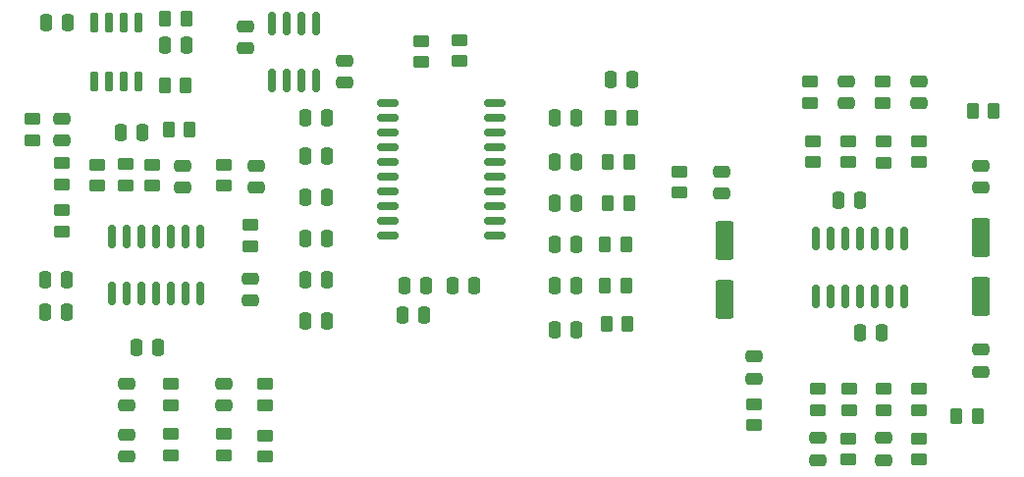
<source format=gtp>
G04 #@! TF.GenerationSoftware,KiCad,Pcbnew,7.0.1-0*
G04 #@! TF.CreationDate,2024-02-17T19:13:57+01:00*
G04 #@! TF.ProjectId,parallel_trail,70617261-6c6c-4656-9c5f-747261696c2e,rev?*
G04 #@! TF.SameCoordinates,Original*
G04 #@! TF.FileFunction,Paste,Top*
G04 #@! TF.FilePolarity,Positive*
%FSLAX46Y46*%
G04 Gerber Fmt 4.6, Leading zero omitted, Abs format (unit mm)*
G04 Created by KiCad (PCBNEW 7.0.1-0) date 2024-02-17 19:13:57*
%MOMM*%
%LPD*%
G01*
G04 APERTURE LIST*
G04 Aperture macros list*
%AMRoundRect*
0 Rectangle with rounded corners*
0 $1 Rounding radius*
0 $2 $3 $4 $5 $6 $7 $8 $9 X,Y pos of 4 corners*
0 Add a 4 corners polygon primitive as box body*
4,1,4,$2,$3,$4,$5,$6,$7,$8,$9,$2,$3,0*
0 Add four circle primitives for the rounded corners*
1,1,$1+$1,$2,$3*
1,1,$1+$1,$4,$5*
1,1,$1+$1,$6,$7*
1,1,$1+$1,$8,$9*
0 Add four rect primitives between the rounded corners*
20,1,$1+$1,$2,$3,$4,$5,0*
20,1,$1+$1,$4,$5,$6,$7,0*
20,1,$1+$1,$6,$7,$8,$9,0*
20,1,$1+$1,$8,$9,$2,$3,0*%
G04 Aperture macros list end*
%ADD10RoundRect,0.250000X0.250000X0.475000X-0.250000X0.475000X-0.250000X-0.475000X0.250000X-0.475000X0*%
%ADD11RoundRect,0.250000X0.450000X-0.262500X0.450000X0.262500X-0.450000X0.262500X-0.450000X-0.262500X0*%
%ADD12RoundRect,0.250000X-0.450000X0.262500X-0.450000X-0.262500X0.450000X-0.262500X0.450000X0.262500X0*%
%ADD13RoundRect,0.250000X-0.250000X-0.475000X0.250000X-0.475000X0.250000X0.475000X-0.250000X0.475000X0*%
%ADD14RoundRect,0.250000X-0.475000X0.250000X-0.475000X-0.250000X0.475000X-0.250000X0.475000X0.250000X0*%
%ADD15RoundRect,0.250000X0.475000X-0.250000X0.475000X0.250000X-0.475000X0.250000X-0.475000X-0.250000X0*%
%ADD16RoundRect,0.250000X0.262500X0.450000X-0.262500X0.450000X-0.262500X-0.450000X0.262500X-0.450000X0*%
%ADD17RoundRect,0.150000X0.150000X-0.725000X0.150000X0.725000X-0.150000X0.725000X-0.150000X-0.725000X0*%
%ADD18RoundRect,0.150000X-0.150000X0.825000X-0.150000X-0.825000X0.150000X-0.825000X0.150000X0.825000X0*%
%ADD19RoundRect,0.250000X-0.262500X-0.450000X0.262500X-0.450000X0.262500X0.450000X-0.262500X0.450000X0*%
%ADD20RoundRect,0.250000X0.550000X-1.412500X0.550000X1.412500X-0.550000X1.412500X-0.550000X-1.412500X0*%
%ADD21RoundRect,0.150000X-0.800000X-0.150000X0.800000X-0.150000X0.800000X0.150000X-0.800000X0.150000X0*%
%ADD22RoundRect,0.150000X0.150000X-0.825000X0.150000X0.825000X-0.150000X0.825000X-0.150000X-0.825000X0*%
G04 APERTURE END LIST*
D10*
X63099500Y-85410000D03*
X61199500Y-85410000D03*
D11*
X126238000Y-121158000D03*
X126238000Y-119333000D03*
D12*
X120142000Y-93679000D03*
X120142000Y-95504000D03*
D13*
X94808000Y-109982000D03*
X96708000Y-109982000D03*
D10*
X52766000Y-108458000D03*
X50866000Y-108458000D03*
D13*
X94808000Y-106172000D03*
X96708000Y-106172000D03*
D14*
X123190000Y-119295500D03*
X123190000Y-121195500D03*
D12*
X69850000Y-119079000D03*
X69850000Y-120904000D03*
D15*
X109220000Y-98232000D03*
X109220000Y-96332000D03*
D11*
X86644000Y-86793000D03*
X86644000Y-84968000D03*
D16*
X101092000Y-109474000D03*
X99267000Y-109474000D03*
D13*
X50959500Y-83488000D03*
X52859500Y-83488000D03*
D15*
X68166000Y-85716000D03*
X68166000Y-83816000D03*
D17*
X55074500Y-88585000D03*
X56344500Y-88585000D03*
X57614500Y-88585000D03*
X58884500Y-88585000D03*
X58884500Y-83435000D03*
X57614500Y-83435000D03*
X56344500Y-83435000D03*
X55074500Y-83435000D03*
D12*
X61722000Y-118975500D03*
X61722000Y-120800500D03*
D11*
X69850000Y-116482500D03*
X69850000Y-114657500D03*
D14*
X117475200Y-119295500D03*
X117475200Y-121195500D03*
D10*
X75184000Y-94996000D03*
X73284000Y-94996000D03*
D11*
X52324000Y-97432500D03*
X52324000Y-95607500D03*
D15*
X52324000Y-93660000D03*
X52324000Y-91760000D03*
D18*
X124968000Y-102108000D03*
X123698000Y-102108000D03*
X122428000Y-102108000D03*
X121158000Y-102108000D03*
X119888000Y-102108000D03*
X118618000Y-102108000D03*
X117348000Y-102108000D03*
X117348000Y-107058000D03*
X118618000Y-107058000D03*
X119888000Y-107058000D03*
X121158000Y-107058000D03*
X122428000Y-107058000D03*
X123698000Y-107058000D03*
X124968000Y-107058000D03*
D19*
X61167000Y-88900000D03*
X62992000Y-88900000D03*
D12*
X57780000Y-95697500D03*
X57780000Y-97522500D03*
D11*
X83342000Y-86896500D03*
X83342000Y-85071500D03*
D10*
X83566000Y-108712000D03*
X81666000Y-108712000D03*
D13*
X99634000Y-88392000D03*
X101534000Y-88392000D03*
D15*
X126238000Y-90424000D03*
X126238000Y-88524000D03*
X66294000Y-116520000D03*
X66294000Y-114620000D03*
D14*
X68580000Y-105542000D03*
X68580000Y-107442000D03*
D20*
X131572000Y-107133500D03*
X131572000Y-102058500D03*
D12*
X55372000Y-95711000D03*
X55372000Y-97536000D03*
D16*
X101242500Y-99060000D03*
X99417500Y-99060000D03*
D13*
X57390000Y-92990000D03*
X59290000Y-92990000D03*
D14*
X57912000Y-119004000D03*
X57912000Y-120904000D03*
D10*
X123040000Y-110236000D03*
X121140000Y-110236000D03*
D20*
X109474000Y-107387500D03*
X109474000Y-102312500D03*
D16*
X100988500Y-106172000D03*
X99163500Y-106172000D03*
D21*
X80462000Y-90424000D03*
X80462000Y-91694000D03*
X80462000Y-92964000D03*
X80462000Y-94234000D03*
X80462000Y-95504000D03*
X80462000Y-96774000D03*
X80462000Y-98044000D03*
X80462000Y-99314000D03*
X80462000Y-100584000D03*
X80462000Y-101854000D03*
X89662000Y-101854000D03*
X89662000Y-100584000D03*
X89662000Y-99314000D03*
X89662000Y-98044000D03*
X89662000Y-96774000D03*
X89662000Y-95504000D03*
X89662000Y-94234000D03*
X89662000Y-92964000D03*
X89662000Y-91694000D03*
X89662000Y-90424000D03*
D12*
X123105300Y-88581500D03*
X123105300Y-90406500D03*
D11*
X60080000Y-97562500D03*
X60080000Y-95737500D03*
X66294000Y-97552500D03*
X66294000Y-95727500D03*
X116840000Y-90406500D03*
X116840000Y-88581500D03*
X117466400Y-116891500D03*
X117466400Y-115066500D03*
D12*
X120201600Y-115066500D03*
X120201600Y-116891500D03*
D10*
X52766000Y-105664000D03*
X50866000Y-105664000D03*
D11*
X123190000Y-95551000D03*
X123190000Y-93726000D03*
D13*
X94808000Y-99060000D03*
X96708000Y-99060000D03*
D22*
X70393000Y-88491000D03*
X71663000Y-88491000D03*
X72933000Y-88491000D03*
X74203000Y-88491000D03*
X74203000Y-83541000D03*
X72933000Y-83541000D03*
X71663000Y-83541000D03*
X70393000Y-83541000D03*
D13*
X81854000Y-106172000D03*
X83754000Y-106172000D03*
D14*
X131572000Y-111685500D03*
X131572000Y-113585500D03*
D10*
X75184000Y-91694000D03*
X73284000Y-91694000D03*
D14*
X76708000Y-86746000D03*
X76708000Y-88646000D03*
X62738000Y-95824000D03*
X62738000Y-97724000D03*
X57912000Y-114620000D03*
X57912000Y-116520000D03*
D11*
X123190000Y-116891500D03*
X123190000Y-115066500D03*
D22*
X56642000Y-106869000D03*
X57912000Y-106869000D03*
X59182000Y-106869000D03*
X60452000Y-106869000D03*
X61722000Y-106869000D03*
X62992000Y-106869000D03*
X64262000Y-106869000D03*
X64262000Y-101919000D03*
X62992000Y-101919000D03*
X61722000Y-101919000D03*
X60452000Y-101919000D03*
X59182000Y-101919000D03*
X57912000Y-101919000D03*
X56642000Y-101919000D03*
D11*
X66294000Y-120800500D03*
X66294000Y-118975500D03*
D12*
X126238000Y-93679000D03*
X126238000Y-95504000D03*
X61722000Y-114657500D03*
X61722000Y-116482500D03*
D13*
X94808000Y-95504000D03*
X96708000Y-95504000D03*
D12*
X105606000Y-96317500D03*
X105606000Y-98142500D03*
X68580000Y-100941500D03*
X68580000Y-102766500D03*
X112014000Y-116369500D03*
X112014000Y-118194500D03*
X120122800Y-119333000D03*
X120122800Y-121158000D03*
X126238000Y-115066500D03*
X126238000Y-116891500D03*
D14*
X69088000Y-95824000D03*
X69088000Y-97724000D03*
D12*
X117094000Y-93679000D03*
X117094000Y-95504000D03*
D10*
X75184000Y-105664000D03*
X73284000Y-105664000D03*
D14*
X112014000Y-112268000D03*
X112014000Y-114168000D03*
D13*
X119270000Y-98806000D03*
X121170000Y-98806000D03*
D16*
X63362500Y-92710000D03*
X61537500Y-92710000D03*
D13*
X94808000Y-91694000D03*
X96708000Y-91694000D03*
D19*
X99163500Y-102616000D03*
X100988500Y-102616000D03*
D16*
X63052000Y-83170000D03*
X61227000Y-83170000D03*
X101496500Y-91694000D03*
X99671500Y-91694000D03*
D13*
X94808000Y-102616000D03*
X96708000Y-102616000D03*
D15*
X119972700Y-90424000D03*
X119972700Y-88524000D03*
D13*
X85984000Y-106172000D03*
X87884000Y-106172000D03*
X58724000Y-111506000D03*
X60624000Y-111506000D03*
D10*
X75184000Y-102108000D03*
X73284000Y-102108000D03*
X75184000Y-109220000D03*
X73284000Y-109220000D03*
X75184000Y-98552000D03*
X73284000Y-98552000D03*
D16*
X132680500Y-91134000D03*
X130855500Y-91134000D03*
D11*
X52324000Y-101496500D03*
X52324000Y-99671500D03*
D16*
X131307000Y-117461500D03*
X129482000Y-117461500D03*
X101242500Y-95504000D03*
X99417500Y-95504000D03*
D11*
X49784000Y-93622500D03*
X49784000Y-91797500D03*
D15*
X131572000Y-97724000D03*
X131572000Y-95824000D03*
M02*

</source>
